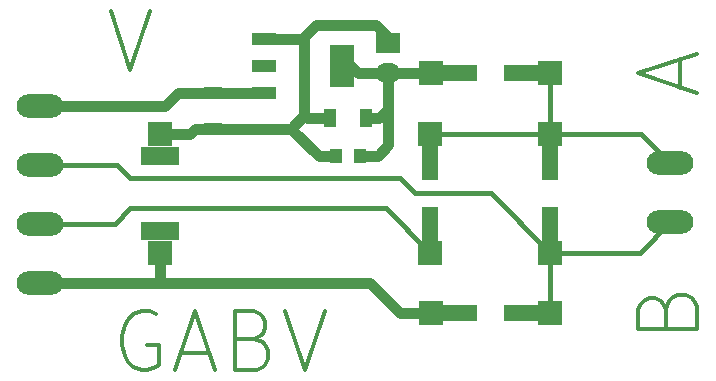
<source format=gbr>
G04 #@! TF.FileFunction,Copper,L1,Top,Signal*
%FSLAX46Y46*%
G04 Gerber Fmt 4.6, Leading zero omitted, Abs format (unit mm)*
G04 Created by KiCad (PCBNEW 4.0.4-stable) date 04/18/17 03:45:34*
%MOMM*%
%LPD*%
G01*
G04 APERTURE LIST*
%ADD10C,0.100000*%
%ADD11C,0.300000*%
%ADD12R,1.600000X1.000000*%
%ADD13R,1.000000X1.600000*%
%ADD14R,1.000000X1.250000*%
%ADD15O,3.962400X1.981200*%
%ADD16R,2.032000X1.700000*%
%ADD17O,2.032000X1.700000*%
%ADD18R,2.999740X1.399540*%
%ADD19R,1.998980X1.998980*%
%ADD20R,1.399540X2.999740*%
%ADD21R,2.032000X3.657600*%
%ADD22R,2.032000X1.016000*%
%ADD23R,3.200400X1.600200*%
%ADD24C,0.900000*%
%ADD25C,0.450000*%
G04 APERTURE END LIST*
D10*
D11*
X130413333Y-83621905D02*
X132080000Y-88621905D01*
X133746667Y-83621905D01*
X134223810Y-109260000D02*
X133747619Y-109021905D01*
X133033334Y-109021905D01*
X132319048Y-109260000D01*
X131842857Y-109736190D01*
X131604762Y-110212381D01*
X131366667Y-111164762D01*
X131366667Y-111879048D01*
X131604762Y-112831429D01*
X131842857Y-113307619D01*
X132319048Y-113783810D01*
X133033334Y-114021905D01*
X133509524Y-114021905D01*
X134223810Y-113783810D01*
X134461905Y-113545714D01*
X134461905Y-111879048D01*
X133509524Y-111879048D01*
X136366667Y-112593333D02*
X138747619Y-112593333D01*
X135890476Y-114021905D02*
X137557143Y-109021905D01*
X139223810Y-114021905D01*
X142557143Y-111402857D02*
X143271429Y-111640952D01*
X143509524Y-111879048D01*
X143747619Y-112355238D01*
X143747619Y-113069524D01*
X143509524Y-113545714D01*
X143271429Y-113783810D01*
X142795238Y-114021905D01*
X140890476Y-114021905D01*
X140890476Y-109021905D01*
X142557143Y-109021905D01*
X143033333Y-109260000D01*
X143271429Y-109498095D01*
X143509524Y-109974286D01*
X143509524Y-110450476D01*
X143271429Y-110926667D01*
X143033333Y-111164762D01*
X142557143Y-111402857D01*
X140890476Y-111402857D01*
X145176190Y-109021905D02*
X146842857Y-114021905D01*
X148509524Y-109021905D01*
X177442857Y-108862857D02*
X177680952Y-108148571D01*
X177919048Y-107910476D01*
X178395238Y-107672381D01*
X179109524Y-107672381D01*
X179585714Y-107910476D01*
X179823810Y-108148571D01*
X180061905Y-108624762D01*
X180061905Y-110529524D01*
X175061905Y-110529524D01*
X175061905Y-108862857D01*
X175300000Y-108386667D01*
X175538095Y-108148571D01*
X176014286Y-107910476D01*
X176490476Y-107910476D01*
X176966667Y-108148571D01*
X177204762Y-108386667D01*
X177442857Y-108862857D01*
X177442857Y-110529524D01*
X178633333Y-90090476D02*
X178633333Y-87709524D01*
X180061905Y-90566667D02*
X175061905Y-88900000D01*
X180061905Y-87233333D01*
D12*
X139065000Y-90575000D03*
X139065000Y-93575000D03*
D13*
X151995000Y-92710000D03*
X148995000Y-92710000D03*
D14*
X151495000Y-95885000D03*
X149495000Y-95885000D03*
D15*
X124460000Y-106680000D03*
X124460000Y-101680000D03*
X124460000Y-91680000D03*
X124460000Y-96680000D03*
D16*
X153924000Y-86360000D03*
D17*
X153924000Y-88900000D03*
D15*
X177800000Y-96520000D03*
X177800000Y-101520000D03*
D18*
X159959040Y-88900000D03*
X165160960Y-88900000D03*
D19*
X157558740Y-88900000D03*
X167561260Y-88900000D03*
D20*
X167640000Y-96459040D03*
X167640000Y-101660960D03*
D19*
X167640000Y-94058740D03*
X167640000Y-104061260D03*
D18*
X165160960Y-109220000D03*
X159959040Y-109220000D03*
D19*
X167561260Y-109220000D03*
X157558740Y-109220000D03*
D21*
X149987000Y-88265000D03*
D22*
X143383000Y-88265000D03*
X143383000Y-90551000D03*
X143383000Y-85979000D03*
D23*
X134620000Y-102260400D03*
X134620000Y-95859600D03*
D19*
X134620000Y-104061260D03*
X134620000Y-94058740D03*
D20*
X157480000Y-101660960D03*
X157480000Y-96459040D03*
D19*
X157480000Y-104061260D03*
X157480000Y-94058740D03*
D24*
X139065000Y-90575000D02*
X143359000Y-90575000D01*
X143359000Y-90575000D02*
X143383000Y-90551000D01*
X124460000Y-91680000D02*
X135015000Y-91680000D01*
X136120000Y-90575000D02*
X139065000Y-90575000D01*
X135015000Y-91680000D02*
X136120000Y-90575000D01*
X149495000Y-95885000D02*
X148003000Y-95885000D01*
X148003000Y-95885000D02*
X145693000Y-93575000D01*
X148995000Y-92710000D02*
X147066000Y-92710000D01*
X147066000Y-92710000D02*
X146812000Y-92456000D01*
X143383000Y-85979000D02*
X146685000Y-85979000D01*
X146685000Y-85979000D02*
X146812000Y-85852000D01*
X152908000Y-84836000D02*
X153924000Y-85852000D01*
X139065000Y-93575000D02*
X145693000Y-93575000D01*
X147828000Y-84836000D02*
X152908000Y-84836000D01*
X146812000Y-85852000D02*
X147828000Y-84836000D01*
X146812000Y-92456000D02*
X146812000Y-85852000D01*
X145693000Y-93575000D02*
X146812000Y-92456000D01*
X134620000Y-104061260D02*
X134620000Y-106680000D01*
X124460000Y-106680000D02*
X134620000Y-106680000D01*
X134620000Y-106680000D02*
X142240000Y-106680000D01*
X142240000Y-106680000D02*
X152400000Y-106680000D01*
X154940000Y-109220000D02*
X157558740Y-109220000D01*
X152400000Y-106680000D02*
X154940000Y-109220000D01*
X134620000Y-94058740D02*
X137081260Y-94058740D01*
X137565000Y-93575000D02*
X139065000Y-93575000D01*
X137081260Y-94058740D02*
X137565000Y-93575000D01*
X151495000Y-95885000D02*
X153035000Y-95885000D01*
X153924000Y-94996000D02*
X153924000Y-91948000D01*
X153035000Y-95885000D02*
X153924000Y-94996000D01*
X151995000Y-92710000D02*
X153162000Y-92710000D01*
X153924000Y-91948000D02*
X153924000Y-88900000D01*
X153162000Y-92710000D02*
X153924000Y-91948000D01*
X149987000Y-88265000D02*
X150749000Y-88265000D01*
X150749000Y-88265000D02*
X151384000Y-88900000D01*
X151384000Y-88900000D02*
X153924000Y-88900000D01*
X153924000Y-88900000D02*
X157558740Y-88900000D01*
D25*
X157480000Y-94058740D02*
X167640000Y-94058740D01*
X124460000Y-101680000D02*
X130730000Y-101680000D01*
X153748740Y-100330000D02*
X157480000Y-104061260D01*
X132080000Y-100330000D02*
X153748740Y-100330000D01*
X130730000Y-101680000D02*
X132080000Y-100330000D01*
X167640000Y-94058740D02*
X167640000Y-88978740D01*
X167640000Y-88978740D02*
X167561260Y-88900000D01*
X167640000Y-94058740D02*
X175338740Y-94058740D01*
X175338740Y-94058740D02*
X177800000Y-96520000D01*
X124460000Y-96680000D02*
X130970000Y-96680000D01*
X162638740Y-99060000D02*
X167640000Y-104061260D01*
X156210000Y-99060000D02*
X162638740Y-99060000D01*
X154940000Y-97790000D02*
X156210000Y-99060000D01*
X132080000Y-97790000D02*
X154940000Y-97790000D01*
X130970000Y-96680000D02*
X132080000Y-97790000D01*
X167561260Y-109220000D02*
X167561260Y-104140000D01*
X167561260Y-104140000D02*
X167640000Y-104061260D01*
X167640000Y-104061260D02*
X175258740Y-104061260D01*
X175258740Y-104061260D02*
X177800000Y-101520000D01*
M02*

</source>
